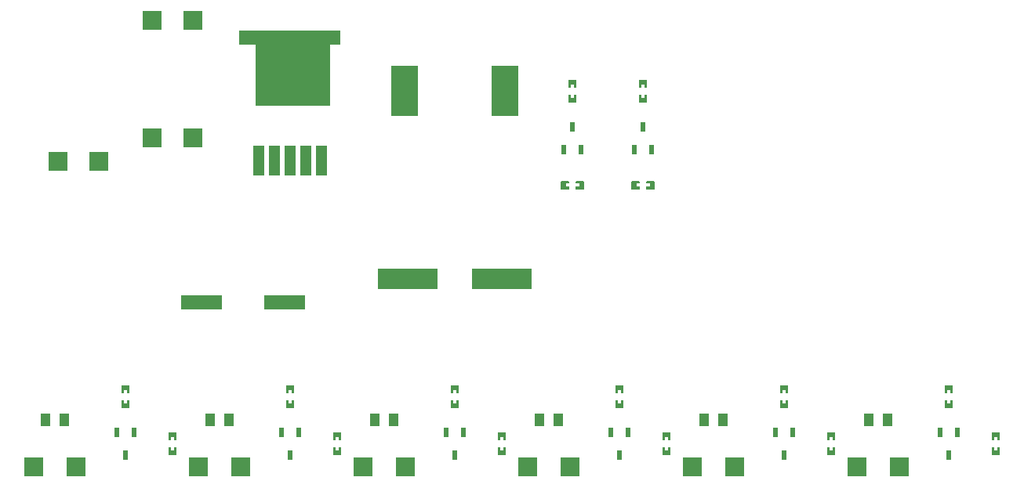
<source format=gtp>
G04 Layer: TopPasteMaskLayer*
G04 EasyEDA v6.5.37, 2023-10-28 10:51:11*
G04 4880e8b44b5e4911aa04234489c2fc7f,3a0c9916c2a341a084dc3cb5dc78798d,10*
G04 Gerber Generator version 0.2*
G04 Scale: 100 percent, Rotated: No, Reflected: No *
G04 Dimensions in millimeters *
G04 leading zeros omitted , absolute positions ,4 integer and 5 decimal *
%FSLAX45Y45*%
%MOMM*%

%AMMACRO1*21,1,$1,$2,0,0,$3*%
%AMMACRO2*4,1,8,-3.683,-4.064,-3.683,2.54,-5.461,2.54,-5.461,4.064,5.461,4.064,5.461,2.54,4.3175,2.54,4.3175,-4.064,-3.683,-4.064,0*%
%ADD10MACRO1,1X1.3995X0.0000*%
%ADD11R,1.0000X1.3995*%
%ADD12R,1.1500X3.2000*%
%ADD13MACRO2*%
%ADD14R,4.5000X1.6500*%
%ADD15R,2.9000X5.4000*%
%ADD16R,6.5000X2.3000*%
%ADD17R,2.0000X2.0000*%
%ADD18R,0.6000X1.0700*%
%ADD19R,0.0199X1.0700*%

%LPD*%
G36*
X2500020Y15364510D02*
G01*
X2494991Y15359481D01*
X2494991Y15279522D01*
X2500020Y15274493D01*
X2522778Y15274493D01*
X2522778Y15311526D01*
X2555798Y15311526D01*
X2555798Y15274493D01*
X2579979Y15274493D01*
X2585008Y15279522D01*
X2585008Y15359481D01*
X2579979Y15364510D01*
G37*
G36*
X2500020Y15204490D02*
G01*
X2494991Y15199512D01*
X2494991Y15120518D01*
X2500020Y15115489D01*
X2579979Y15115489D01*
X2585008Y15120518D01*
X2585008Y15199512D01*
X2579979Y15204490D01*
X2555798Y15204490D01*
X2555798Y15166492D01*
X2522778Y15166492D01*
X2522778Y15204490D01*
G37*
G36*
X4278020Y15364510D02*
G01*
X4272991Y15359481D01*
X4272991Y15279522D01*
X4278020Y15274493D01*
X4300778Y15274493D01*
X4300778Y15311526D01*
X4333798Y15311526D01*
X4333798Y15274493D01*
X4357979Y15274493D01*
X4363008Y15279522D01*
X4363008Y15359481D01*
X4357979Y15364510D01*
G37*
G36*
X4278020Y15204490D02*
G01*
X4272991Y15199512D01*
X4272991Y15120518D01*
X4278020Y15115489D01*
X4357979Y15115489D01*
X4363008Y15120518D01*
X4363008Y15199512D01*
X4357979Y15204490D01*
X4333798Y15204490D01*
X4333798Y15166492D01*
X4300778Y15166492D01*
X4300778Y15204490D01*
G37*
G36*
X6056020Y15364510D02*
G01*
X6050991Y15359481D01*
X6050991Y15279522D01*
X6056020Y15274493D01*
X6078778Y15274493D01*
X6078778Y15311526D01*
X6111798Y15311526D01*
X6111798Y15274493D01*
X6135979Y15274493D01*
X6141008Y15279522D01*
X6141008Y15359481D01*
X6135979Y15364510D01*
G37*
G36*
X6056020Y15204490D02*
G01*
X6050991Y15199512D01*
X6050991Y15120518D01*
X6056020Y15115489D01*
X6135979Y15115489D01*
X6141008Y15120518D01*
X6141008Y15199512D01*
X6135979Y15204490D01*
X6111798Y15204490D01*
X6111798Y15166492D01*
X6078778Y15166492D01*
X6078778Y15204490D01*
G37*
G36*
X7834020Y15364510D02*
G01*
X7828991Y15359481D01*
X7828991Y15279522D01*
X7834020Y15274493D01*
X7856778Y15274493D01*
X7856778Y15311526D01*
X7889798Y15311526D01*
X7889798Y15274493D01*
X7913979Y15274493D01*
X7919008Y15279522D01*
X7919008Y15359481D01*
X7913979Y15364510D01*
G37*
G36*
X7834020Y15204490D02*
G01*
X7828991Y15199512D01*
X7828991Y15120518D01*
X7834020Y15115489D01*
X7913979Y15115489D01*
X7919008Y15120518D01*
X7919008Y15199512D01*
X7913979Y15204490D01*
X7889798Y15204490D01*
X7889798Y15166492D01*
X7856778Y15166492D01*
X7856778Y15204490D01*
G37*
G36*
X9612020Y15364510D02*
G01*
X9606991Y15359481D01*
X9606991Y15279522D01*
X9612020Y15274493D01*
X9634778Y15274493D01*
X9634778Y15311526D01*
X9667798Y15311526D01*
X9667798Y15274493D01*
X9691979Y15274493D01*
X9697008Y15279522D01*
X9697008Y15359481D01*
X9691979Y15364510D01*
G37*
G36*
X9612020Y15204490D02*
G01*
X9606991Y15199512D01*
X9606991Y15120518D01*
X9612020Y15115489D01*
X9691979Y15115489D01*
X9697008Y15120518D01*
X9697008Y15199512D01*
X9691979Y15204490D01*
X9667798Y15204490D01*
X9667798Y15166492D01*
X9634778Y15166492D01*
X9634778Y15204490D01*
G37*
G36*
X11390020Y15364510D02*
G01*
X11384991Y15359481D01*
X11384991Y15279522D01*
X11390020Y15274493D01*
X11412778Y15274493D01*
X11412778Y15311526D01*
X11445798Y15311526D01*
X11445798Y15274493D01*
X11469979Y15274493D01*
X11475008Y15279522D01*
X11475008Y15359481D01*
X11469979Y15364510D01*
G37*
G36*
X11390020Y15204490D02*
G01*
X11384991Y15199512D01*
X11384991Y15120518D01*
X11390020Y15115489D01*
X11469979Y15115489D01*
X11475008Y15120518D01*
X11475008Y15199512D01*
X11469979Y15204490D01*
X11445798Y15204490D01*
X11445798Y15166492D01*
X11412778Y15166492D01*
X11412778Y15204490D01*
G37*
G36*
X6817969Y19174460D02*
G01*
X6812991Y19169481D01*
X6812991Y19089471D01*
X6817969Y19084442D01*
X6840778Y19084442D01*
X6840778Y19121475D01*
X6873798Y19121475D01*
X6873798Y19084442D01*
X6897979Y19084442D01*
X6903008Y19089471D01*
X6903008Y19169481D01*
X6897979Y19174460D01*
G37*
G36*
X6817969Y19014440D02*
G01*
X6812991Y19009461D01*
X6812991Y18930467D01*
X6817969Y18925489D01*
X6897979Y18925489D01*
X6903008Y18930467D01*
X6903008Y19009461D01*
X6897979Y19014440D01*
X6873798Y19014440D01*
X6873798Y18976441D01*
X6840778Y18976441D01*
X6840778Y19014440D01*
G37*
G36*
X7579969Y19174460D02*
G01*
X7574991Y19169481D01*
X7574991Y19089471D01*
X7579969Y19084442D01*
X7602778Y19084442D01*
X7602778Y19121475D01*
X7635798Y19121475D01*
X7635798Y19084442D01*
X7659979Y19084442D01*
X7665008Y19089471D01*
X7665008Y19169481D01*
X7659979Y19174460D01*
G37*
G36*
X7579969Y19014440D02*
G01*
X7574991Y19009461D01*
X7574991Y18930467D01*
X7579969Y18925489D01*
X7659979Y18925489D01*
X7665008Y18930467D01*
X7665008Y19009461D01*
X7659979Y19014440D01*
X7635798Y19014440D01*
X7635798Y18976441D01*
X7602778Y18976441D01*
X7602778Y19014440D01*
G37*
G36*
X1992020Y15872460D02*
G01*
X1986991Y15867481D01*
X1986991Y15787471D01*
X1992020Y15782493D01*
X2014778Y15782493D01*
X2014778Y15819475D01*
X2047798Y15819475D01*
X2047798Y15782493D01*
X2071979Y15782493D01*
X2077008Y15787471D01*
X2077008Y15867481D01*
X2071979Y15872460D01*
G37*
G36*
X1992020Y15712490D02*
G01*
X1986991Y15707461D01*
X1986991Y15628467D01*
X1992020Y15623489D01*
X2071979Y15623489D01*
X2077008Y15628467D01*
X2077008Y15707461D01*
X2071979Y15712490D01*
X2047798Y15712490D01*
X2047798Y15674492D01*
X2014778Y15674492D01*
X2014778Y15712490D01*
G37*
G36*
X3770020Y15872460D02*
G01*
X3764991Y15867481D01*
X3764991Y15787471D01*
X3770020Y15782493D01*
X3792778Y15782493D01*
X3792778Y15819475D01*
X3825798Y15819475D01*
X3825798Y15782493D01*
X3849979Y15782493D01*
X3855008Y15787471D01*
X3855008Y15867481D01*
X3849979Y15872460D01*
G37*
G36*
X3770020Y15712490D02*
G01*
X3764991Y15707461D01*
X3764991Y15628467D01*
X3770020Y15623489D01*
X3849979Y15623489D01*
X3855008Y15628467D01*
X3855008Y15707461D01*
X3849979Y15712490D01*
X3825798Y15712490D01*
X3825798Y15674492D01*
X3792778Y15674492D01*
X3792778Y15712490D01*
G37*
G36*
X5547969Y15872460D02*
G01*
X5542991Y15867481D01*
X5542991Y15787471D01*
X5547969Y15782493D01*
X5570778Y15782493D01*
X5570778Y15819475D01*
X5603798Y15819475D01*
X5603798Y15782493D01*
X5627979Y15782493D01*
X5633008Y15787471D01*
X5633008Y15867481D01*
X5627979Y15872460D01*
G37*
G36*
X5547969Y15712490D02*
G01*
X5542991Y15707461D01*
X5542991Y15628467D01*
X5547969Y15623489D01*
X5627979Y15623489D01*
X5633008Y15628467D01*
X5633008Y15707461D01*
X5627979Y15712490D01*
X5603798Y15712490D01*
X5603798Y15674492D01*
X5570778Y15674492D01*
X5570778Y15712490D01*
G37*
G36*
X7325969Y15872460D02*
G01*
X7320991Y15867481D01*
X7320991Y15787471D01*
X7325969Y15782493D01*
X7348778Y15782493D01*
X7348778Y15819475D01*
X7381798Y15819475D01*
X7381798Y15782493D01*
X7405979Y15782493D01*
X7411008Y15787471D01*
X7411008Y15867481D01*
X7405979Y15872460D01*
G37*
G36*
X7325969Y15712490D02*
G01*
X7320991Y15707461D01*
X7320991Y15628467D01*
X7325969Y15623489D01*
X7405979Y15623489D01*
X7411008Y15628467D01*
X7411008Y15707461D01*
X7405979Y15712490D01*
X7381798Y15712490D01*
X7381798Y15674492D01*
X7348778Y15674492D01*
X7348778Y15712490D01*
G37*
G36*
X9103969Y15872460D02*
G01*
X9098991Y15867481D01*
X9098991Y15787471D01*
X9103969Y15782493D01*
X9126778Y15782493D01*
X9126778Y15819475D01*
X9159798Y15819475D01*
X9159798Y15782493D01*
X9183979Y15782493D01*
X9188958Y15787471D01*
X9188958Y15867481D01*
X9183979Y15872460D01*
G37*
G36*
X9103969Y15712490D02*
G01*
X9098991Y15707461D01*
X9098991Y15628467D01*
X9103969Y15623489D01*
X9183979Y15623489D01*
X9188958Y15628467D01*
X9188958Y15707461D01*
X9183979Y15712490D01*
X9159798Y15712490D01*
X9159798Y15674492D01*
X9126778Y15674492D01*
X9126778Y15712490D01*
G37*
G36*
X10881969Y15872460D02*
G01*
X10876991Y15867481D01*
X10876991Y15787471D01*
X10881969Y15782493D01*
X10904778Y15782493D01*
X10904778Y15819475D01*
X10937798Y15819475D01*
X10937798Y15782493D01*
X10961979Y15782493D01*
X10966958Y15787471D01*
X10966958Y15867481D01*
X10961979Y15872460D01*
G37*
G36*
X10881969Y15712490D02*
G01*
X10876991Y15707461D01*
X10876991Y15628467D01*
X10881969Y15623489D01*
X10961979Y15623489D01*
X10966958Y15628467D01*
X10966958Y15707461D01*
X10961979Y15712490D01*
X10937798Y15712490D01*
X10937798Y15674492D01*
X10904778Y15674492D01*
X10904778Y15712490D01*
G37*
G36*
X6738467Y18078958D02*
G01*
X6733489Y18073979D01*
X6733489Y17993969D01*
X6738467Y17988940D01*
X6818477Y17988940D01*
X6823506Y17993969D01*
X6823506Y18016778D01*
X6786473Y18016778D01*
X6786473Y18049748D01*
X6823506Y18049748D01*
X6823506Y18073979D01*
X6818477Y18078958D01*
G37*
G36*
X6898487Y18078958D02*
G01*
X6893509Y18073979D01*
X6893509Y18049748D01*
X6931507Y18049748D01*
X6931507Y18016778D01*
X6893509Y18016778D01*
X6893509Y17993969D01*
X6898487Y17988940D01*
X6977481Y17988940D01*
X6982459Y17993969D01*
X6982459Y18073979D01*
X6977481Y18078958D01*
G37*
G36*
X7500467Y18078958D02*
G01*
X7495489Y18073979D01*
X7495489Y17993969D01*
X7500467Y17988940D01*
X7580477Y17988940D01*
X7585506Y17993969D01*
X7585506Y18016778D01*
X7548473Y18016778D01*
X7548473Y18049748D01*
X7585506Y18049748D01*
X7585506Y18073979D01*
X7580477Y18078958D01*
G37*
G36*
X7660487Y18078958D02*
G01*
X7655509Y18073979D01*
X7655509Y18049748D01*
X7693507Y18049748D01*
X7693507Y18016778D01*
X7655509Y18016778D01*
X7655509Y17993969D01*
X7660487Y17988940D01*
X7739481Y17988940D01*
X7744459Y17993969D01*
X7744459Y18073979D01*
X7739481Y18078958D01*
G37*
D10*
G01*
X1375026Y15493969D03*
D11*
G01*
X1164970Y15493974D03*
D10*
G01*
X3153023Y15493969D03*
D11*
G01*
X2942970Y15493974D03*
D10*
G01*
X4931018Y15493969D03*
D11*
G01*
X4720970Y15493974D03*
D10*
G01*
X6709016Y15493969D03*
D11*
G01*
X6498970Y15493974D03*
D10*
G01*
X8487011Y15493969D03*
D11*
G01*
X8276945Y15493974D03*
D10*
G01*
X10265008Y15493969D03*
D11*
G01*
X10054945Y15493974D03*
D12*
G01*
X4150359Y18295188D03*
G01*
X3980179Y18295188D03*
G01*
X3639820Y18295188D03*
G01*
X3810000Y18295188D03*
G01*
X3469640Y18295188D03*
D13*
G01*
X3809992Y19296735D03*
D14*
G01*
X3751986Y16763974D03*
G01*
X2851988Y16763974D03*
D15*
G01*
X5042992Y19049949D03*
G01*
X6132982Y19049949D03*
D16*
G01*
X5077993Y17017974D03*
G01*
X6097981Y17017974D03*
D17*
G01*
X1743989Y18287974D03*
G01*
X1304010Y18287974D03*
G01*
X2319985Y19811949D03*
G01*
X2759989Y19811949D03*
G01*
X2319985Y18541949D03*
G01*
X2759989Y18541949D03*
G01*
X1040003Y14985974D03*
G01*
X1499996Y14985974D03*
G01*
X2817977Y14985974D03*
G01*
X3277997Y14985974D03*
G01*
X4595977Y14985974D03*
G01*
X5055997Y14985974D03*
G01*
X6373977Y14985974D03*
G01*
X6833997Y14985974D03*
G01*
X8151977Y14985974D03*
G01*
X8611971Y14985974D03*
G01*
X9929977Y14985974D03*
G01*
X10389971Y14985974D03*
D18*
G01*
X2126995Y15363469D03*
G01*
X1937004Y15363469D03*
G01*
X2032000Y15116479D03*
G01*
X3904995Y15363469D03*
G01*
X3715004Y15363469D03*
G01*
X3810000Y15116479D03*
G01*
X5682995Y15363469D03*
G01*
X5493004Y15363469D03*
G01*
X5588000Y15116479D03*
G01*
X7460970Y15363469D03*
G01*
X7270978Y15363469D03*
G01*
X7365974Y15116479D03*
G01*
X9238970Y15363469D03*
G01*
X9048978Y15363469D03*
G01*
X9143974Y15116479D03*
G01*
X11016970Y15363469D03*
G01*
X10826978Y15363469D03*
G01*
X10921974Y15116479D03*
G01*
X6763004Y18418454D03*
G01*
X6952995Y18418454D03*
G01*
X6858000Y18665469D03*
G01*
X7525004Y18418454D03*
G01*
X7714995Y18418454D03*
G01*
X7620000Y18665469D03*
M02*

</source>
